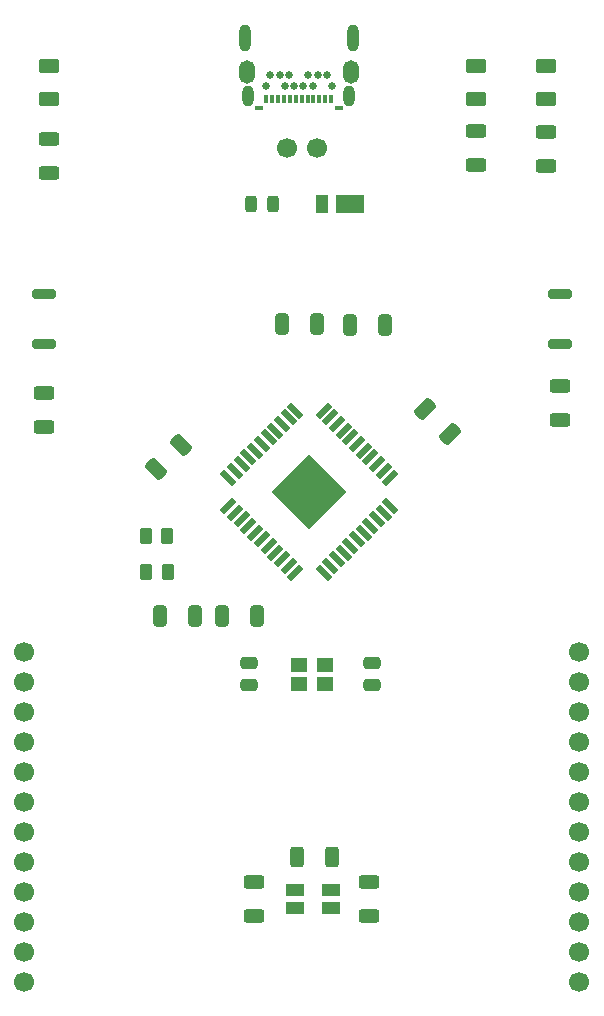
<source format=gts>
G04 #@! TF.GenerationSoftware,KiCad,Pcbnew,6.0.11-2627ca5db0~126~ubuntu22.04.1*
G04 #@! TF.CreationDate,2023-08-07T18:38:46+02:00*
G04 #@! TF.ProjectId,Qoobinoo,516f6f62-696e-46f6-9f2e-6b696361645f,rev?*
G04 #@! TF.SameCoordinates,Original*
G04 #@! TF.FileFunction,Soldermask,Top*
G04 #@! TF.FilePolarity,Negative*
%FSLAX46Y46*%
G04 Gerber Fmt 4.6, Leading zero omitted, Abs format (unit mm)*
G04 Created by KiCad (PCBNEW 6.0.11-2627ca5db0~126~ubuntu22.04.1) date 2023-08-07 18:38:46*
%MOMM*%
%LPD*%
G01*
G04 APERTURE LIST*
G04 Aperture macros list*
%AMRoundRect*
0 Rectangle with rounded corners*
0 $1 Rounding radius*
0 $2 $3 $4 $5 $6 $7 $8 $9 X,Y pos of 4 corners*
0 Add a 4 corners polygon primitive as box body*
4,1,4,$2,$3,$4,$5,$6,$7,$8,$9,$2,$3,0*
0 Add four circle primitives for the rounded corners*
1,1,$1+$1,$2,$3*
1,1,$1+$1,$4,$5*
1,1,$1+$1,$6,$7*
1,1,$1+$1,$8,$9*
0 Add four rect primitives between the rounded corners*
20,1,$1+$1,$2,$3,$4,$5,0*
20,1,$1+$1,$4,$5,$6,$7,0*
20,1,$1+$1,$6,$7,$8,$9,0*
20,1,$1+$1,$8,$9,$2,$3,0*%
%AMRotRect*
0 Rectangle, with rotation*
0 The origin of the aperture is its center*
0 $1 length*
0 $2 width*
0 $3 Rotation angle, in degrees counterclockwise*
0 Add horizontal line*
21,1,$1,$2,0,0,$3*%
G04 Aperture macros list end*
%ADD10RoundRect,0.200000X-0.800000X0.200000X-0.800000X-0.200000X0.800000X-0.200000X0.800000X0.200000X0*%
%ADD11RoundRect,0.250000X-0.475000X0.250000X-0.475000X-0.250000X0.475000X-0.250000X0.475000X0.250000X0*%
%ADD12RoundRect,0.250000X-0.325000X-0.650000X0.325000X-0.650000X0.325000X0.650000X-0.325000X0.650000X0*%
%ADD13RoundRect,0.250000X0.312500X0.625000X-0.312500X0.625000X-0.312500X-0.625000X0.312500X-0.625000X0*%
%ADD14RoundRect,0.250000X0.625000X-0.375000X0.625000X0.375000X-0.625000X0.375000X-0.625000X-0.375000X0*%
%ADD15RoundRect,0.250000X-0.262500X-0.450000X0.262500X-0.450000X0.262500X0.450000X-0.262500X0.450000X0*%
%ADD16RoundRect,0.250000X-0.689429X-0.229810X-0.229810X-0.689429X0.689429X0.229810X0.229810X0.689429X0*%
%ADD17C,1.700000*%
%ADD18RoundRect,0.250000X-0.625000X0.312500X-0.625000X-0.312500X0.625000X-0.312500X0.625000X0.312500X0*%
%ADD19RoundRect,0.200000X0.800000X-0.200000X0.800000X0.200000X-0.800000X0.200000X-0.800000X-0.200000X0*%
%ADD20RoundRect,0.250000X0.625000X-0.312500X0.625000X0.312500X-0.625000X0.312500X-0.625000X-0.312500X0*%
%ADD21RoundRect,0.250000X0.325000X0.650000X-0.325000X0.650000X-0.325000X-0.650000X0.325000X-0.650000X0*%
%ADD22R,1.400000X1.200000*%
%ADD23RoundRect,0.250000X-0.229810X0.689429X-0.689429X0.229810X0.229810X-0.689429X0.689429X-0.229810X0*%
%ADD24RotRect,1.500000X0.550000X45.000000*%
%ADD25RotRect,1.500000X0.550000X135.000000*%
%ADD26RotRect,4.500000X4.500000X45.000000*%
%ADD27R,2.400000X1.500000*%
%ADD28R,1.050000X1.500000*%
%ADD29R,0.300000X0.700000*%
%ADD30C,0.650000*%
%ADD31O,0.950000X1.800000*%
%ADD32R,0.700000X0.350000*%
%ADD33O,0.950000X2.280000*%
%ADD34O,1.330000X1.980000*%
%ADD35RoundRect,0.243750X-0.243750X-0.456250X0.243750X-0.456250X0.243750X0.456250X-0.243750X0.456250X0*%
%ADD36RoundRect,0.250000X0.475000X-0.250000X0.475000X0.250000X-0.475000X0.250000X-0.475000X-0.250000X0*%
%ADD37R,1.500000X1.100000*%
G04 APERTURE END LIST*
D10*
X128650000Y-75160000D03*
X128650000Y-79360000D03*
D11*
X156440000Y-106350000D03*
X156440000Y-108250000D03*
D12*
X154545000Y-77740000D03*
X157495000Y-77740000D03*
X148785000Y-77630000D03*
X151735000Y-77630000D03*
D13*
X153005000Y-122810000D03*
X150080000Y-122810000D03*
D14*
X129100000Y-58582500D03*
X129100000Y-55782500D03*
D15*
X137265000Y-95650000D03*
X139090000Y-95650000D03*
D16*
X160908768Y-84888768D03*
X162994734Y-86974734D03*
D17*
X127000000Y-105410000D03*
X127000000Y-107950000D03*
X127000000Y-110490000D03*
X127000000Y-113030000D03*
X127000000Y-115570000D03*
X127000000Y-118110000D03*
X127000000Y-120650000D03*
X127000000Y-123190000D03*
X127000000Y-125730000D03*
X127000000Y-128270000D03*
X127000000Y-130810000D03*
X127000000Y-133350000D03*
D18*
X165240000Y-61277500D03*
X165240000Y-64202500D03*
D19*
X172380000Y-79360000D03*
X172380000Y-75160000D03*
D20*
X146407522Y-127812500D03*
X146407522Y-124887500D03*
X172380000Y-85802500D03*
X172380000Y-82877500D03*
D18*
X128650000Y-83467500D03*
X128650000Y-86392500D03*
D14*
X165240000Y-58622500D03*
X165240000Y-55822500D03*
D15*
X137315000Y-98650000D03*
X139140000Y-98650000D03*
D21*
X141425000Y-102410000D03*
X138475000Y-102410000D03*
D20*
X156180000Y-127812500D03*
X156180000Y-124887500D03*
D22*
X152420000Y-106500000D03*
X150220000Y-106500000D03*
X150220000Y-108100000D03*
X152420000Y-108100000D03*
D18*
X171160000Y-61377500D03*
X171160000Y-64302500D03*
D23*
X140244734Y-87885266D03*
X138158768Y-89971232D03*
D24*
X144271064Y-93060762D03*
X144836750Y-93626447D03*
X145402435Y-94192132D03*
X145968120Y-94757818D03*
X146533806Y-95323503D03*
X147099491Y-95889189D03*
X147665177Y-96454874D03*
X148230862Y-97020560D03*
X148796548Y-97586245D03*
X149362233Y-98151930D03*
X149927918Y-98717616D03*
D25*
X152332082Y-98717616D03*
X152897767Y-98151930D03*
X153463452Y-97586245D03*
X154029138Y-97020560D03*
X154594823Y-96454874D03*
X155160509Y-95889189D03*
X155726194Y-95323503D03*
X156291880Y-94757818D03*
X156857565Y-94192132D03*
X157423250Y-93626447D03*
X157988936Y-93060762D03*
D24*
X157988936Y-90656598D03*
X157423250Y-90090913D03*
X156857565Y-89525228D03*
X156291880Y-88959542D03*
X155726194Y-88393857D03*
X155160509Y-87828171D03*
X154594823Y-87262486D03*
X154029138Y-86696800D03*
X153463452Y-86131115D03*
X152897767Y-85565430D03*
X152332082Y-84999744D03*
D25*
X149927918Y-84999744D03*
X149362233Y-85565430D03*
X148796548Y-86131115D03*
X148230862Y-86696800D03*
X147665177Y-87262486D03*
X147099491Y-87828171D03*
X146533806Y-88393857D03*
X145968120Y-88959542D03*
X145402435Y-89525228D03*
X144836750Y-90090913D03*
X144271064Y-90656598D03*
D26*
X151130000Y-91858680D03*
D17*
X173990000Y-105410000D03*
X173990000Y-107950000D03*
X173990000Y-110490000D03*
X173990000Y-113030000D03*
X173990000Y-115570000D03*
X173990000Y-118110000D03*
X173990000Y-120650000D03*
X173990000Y-123190000D03*
X173990000Y-125730000D03*
X173990000Y-128270000D03*
X173990000Y-130810000D03*
X173990000Y-133350000D03*
D14*
X171160000Y-58622500D03*
X171160000Y-55822500D03*
D27*
X154570000Y-67540000D03*
D28*
X152195000Y-67540000D03*
D18*
X129100000Y-61965000D03*
X129100000Y-64890000D03*
D29*
X152975000Y-58610000D03*
X152475000Y-58610000D03*
X151975000Y-58610000D03*
X151475000Y-58610000D03*
X150975000Y-58610000D03*
X150475000Y-58610000D03*
X149975000Y-58610000D03*
X149475000Y-58610000D03*
X148975000Y-58610000D03*
X148475000Y-58610000D03*
X147975000Y-58610000D03*
X147475000Y-58610000D03*
D30*
X147425000Y-57500000D03*
X147825000Y-56600000D03*
X148625000Y-56600000D03*
X149025000Y-57500000D03*
X149425000Y-56600000D03*
X149825000Y-57500000D03*
X150625000Y-57500000D03*
X151025000Y-56600000D03*
X151425000Y-57500000D03*
X151825000Y-56600000D03*
X152625000Y-56600000D03*
X153025000Y-57500000D03*
D31*
X145930000Y-58330000D03*
D32*
X153600000Y-59395000D03*
D33*
X145650000Y-53440000D03*
D34*
X154615000Y-56350000D03*
D31*
X154520000Y-58330000D03*
D34*
X145835000Y-56350000D03*
D33*
X154800000Y-53440000D03*
D32*
X146850000Y-59395000D03*
D21*
X146697500Y-102410000D03*
X143747500Y-102410000D03*
D35*
X146182500Y-67540000D03*
X148057500Y-67540000D03*
D36*
X146050000Y-108250000D03*
X146050000Y-106350000D03*
D17*
X149190000Y-62720000D03*
X151730000Y-62720000D03*
D37*
X149925044Y-125570000D03*
X152925044Y-125570000D03*
X152925044Y-127070000D03*
X149925044Y-127070000D03*
M02*

</source>
